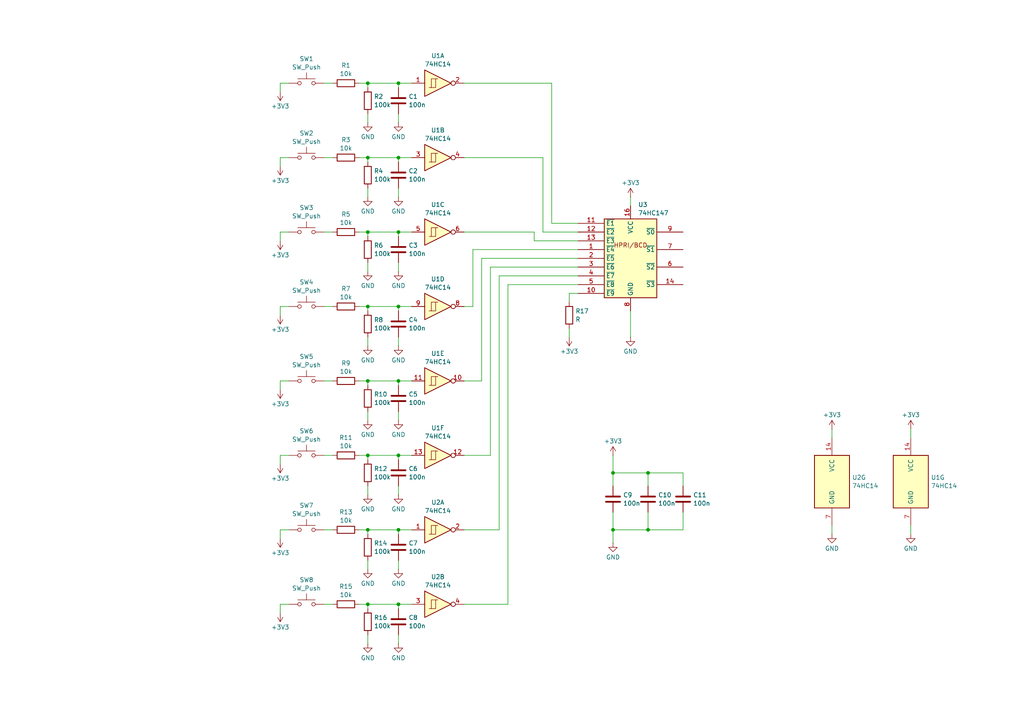
<source format=kicad_sch>
(kicad_sch (version 20231120) (generator "eeschema") (generator_version "8.0")
  (paper "A4")
  (lib_symbols
    (symbol "74xx:74HC14" (pin_names (offset 1.016))
      (property "Reference" "U" (at 0 1.27 0))
      (property "Value" "74HC14" (at 0 -1.27 0))
      (symbol "74HC14_1_0"
        (polyline (pts (xy -3.81 3.81) (xy -3.81 -3.81) (xy 3.81 0) (xy -3.81 3.81)) (stroke (width 0.254)) (fill (type background)))
        (pin input line (at -7.62 0 0) (length 3.81) (name "~") (number "1"))
        (pin output inverted (at 7.62 0 180) (length 3.81) (name "~") (number "2"))
      )
      (symbol "74HC14_1_1"
        (polyline (pts (xy -1.905 -1.27) (xy -1.905 1.27) (xy -0.635 1.27)))
        (polyline (pts (xy -2.54 -1.27) (xy -0.635 -1.27) (xy -0.635 1.27) (xy 0 1.27)))
      )
      (symbol "74HC14_2_0"
        (polyline (pts (xy -3.81 3.81) (xy -3.81 -3.81) (xy 3.81 0) (xy -3.81 3.81)) (stroke (width 0.254)) (fill (type background)))
        (pin input line (at -7.62 0 0) (length 3.81) (name "~") (number "3"))
        (pin output inverted (at 7.62 0 180) (length 3.81) (name "~") (number "4"))
      )
      (symbol "74HC14_2_1"
        (polyline (pts (xy -1.905 -1.27) (xy -1.905 1.27) (xy -0.635 1.27)))
        (polyline (pts (xy -2.54 -1.27) (xy -0.635 -1.27) (xy -0.635 1.27) (xy 0 1.27)))
      )
      (symbol "74HC14_3_0"
        (polyline (pts (xy -3.81 3.81) (xy -3.81 -3.81) (xy 3.81 0) (xy -3.81 3.81)) (stroke (width 0.254)) (fill (type background)))
        (pin input line (at -7.62 0 0) (length 3.81) (name "~") (number "5"))
        (pin output inverted (at 7.62 0 180) (length 3.81) (name "~") (number "6"))
      )
      (symbol "74HC14_3_1"
        (polyline (pts (xy -1.905 -1.27) (xy -1.905 1.27) (xy -0.635 1.27)))
        (polyline (pts (xy -2.54 -1.27) (xy -0.635 -1.27) (xy -0.635 1.27) (xy 0 1.27)))
      )
      (symbol "74HC14_4_0"
        (polyline (pts (xy -3.81 3.81) (xy -3.81 -3.81) (xy 3.81 0) (xy -3.81 3.81)) (stroke (width 0.254)) (fill (type background)))
        (pin output inverted (at 7.62 0 180) (length 3.81) (name "~") (number "8"))
        (pin input line (at -7.62 0 0) (length 3.81) (name "~") (number "9"))
      )
      (symbol "74HC14_4_1"
        (polyline (pts (xy -1.905 -1.27) (xy -1.905 1.27) (xy -0.635 1.27)))
        (polyline (pts (xy -2.54 -1.27) (xy -0.635 -1.27) (xy -0.635 1.27) (xy 0 1.27)))
      )
      (symbol "74HC14_5_0"
        (polyline (pts (xy -3.81 3.81) (xy -3.81 -3.81) (xy 3.81 0) (xy -3.81 3.81)) (stroke (width 0.254)) (fill (type background)))
        (pin output inverted (at 7.62 0 180) (length 3.81) (name "~") (number "10"))
        (pin input line (at -7.62 0 0) (length 3.81) (name "~") (number "11"))
      )
      (symbol "74HC14_5_1"
        (polyline (pts (xy -1.905 -1.27) (xy -1.905 1.27) (xy -0.635 1.27)))
        (polyline (pts (xy -2.54 -1.27) (xy -0.635 -1.27) (xy -0.635 1.27) (xy 0 1.27)))
      )
      (symbol "74HC14_6_0"
        (polyline (pts (xy -3.81 3.81) (xy -3.81 -3.81) (xy 3.81 0) (xy -3.81 3.81)) (stroke (width 0.254)) (fill (type background)))
        (pin output inverted (at 7.62 0 180) (length 3.81) (name "~") (number "12"))
        (pin input line (at -7.62 0 0) (length 3.81) (name "~") (number "13"))
      )
      (symbol "74HC14_6_1"
        (polyline (pts (xy -1.905 -1.27) (xy -1.905 1.27) (xy -0.635 1.27)))
        (polyline (pts (xy -2.54 -1.27) (xy -0.635 -1.27) (xy -0.635 1.27) (xy 0 1.27)))
      )
      (symbol "74HC14_7_0"
        (pin power_in line (at 0 12.7 270) (length 5.08) (name "VCC") (number "14"))
        (pin power_in line (at 0 -12.7 90) (length 5.08) (name "GND") (number "7"))
      )
      (symbol "74HC14_7_1"
        (rectangle (start -5.08 7.62) (end 5.08 -7.62) (stroke (width 0.254)) (fill (type background)))
      )
    )
    (symbol "74xx_IEEE:74147"
      (property "Reference" "U" (at 5.08 12.7 0))
      (property "Value" "74147" (at 7.62 -12.7 0))
      (symbol "74147_0_0"
        (text "HPRI/BCD" (at 0 3.81 0) (effects (font (size 1.27 1.27))))
        (pin power_in line (at 0 15.24 270) (length 3.81) (name "VCC") (number "16"))
        (pin power_in line (at 0 -15.24 90) (length 3.81) (name "GND") (number "8"))
      )
      (symbol "74147_0_1"
        (rectangle (start -7.62 11.43) (end 7.62 -11.43) (stroke (width 0.254)) (fill (type background)))
      )
      (symbol "74147_1_1"
        (pin input line (at -15.24 2.54 0) (length 7.62) (name "~{E4}") (number "1"))
        (pin input line (at -15.24 -10.16 0) (length 7.62) (name "~{E9}") (number "10"))
        (pin input line (at -15.24 10.16 0) (length 7.62) (name "~{E1}") (number "11"))
        (pin input line (at -15.24 7.62 0) (length 7.62) (name "~{E2}") (number "12"))
        (pin input line (at -15.24 5.08 0) (length 7.62) (name "~{E3}") (number "13"))
        (pin output line (at 15.24 -7.62 180) (length 7.62) (name "~{S3}") (number "14"))
        (pin input line (at -15.24 0 0) (length 7.62) (name "~{E5}") (number "2"))
        (pin input line (at -15.24 -2.54 0) (length 7.62) (name "~{E6}") (number "3"))
        (pin input line (at -15.24 -5.08 0) (length 7.62) (name "~{E7}") (number "4"))
        (pin input line (at -15.24 -7.62 0) (length 7.62) (name "~{E8}") (number "5"))
        (pin output line (at 15.24 -2.54 180) (length 7.62) (name "~{S2}") (number "6"))
        (pin output line (at 15.24 2.54 180) (length 7.62) (name "~{S1}") (number "7"))
        (pin output line (at 15.24 7.62 180) (length 7.62) (name "~{S0}") (number "9"))
      )
    )
    (symbol "Device:C" (pin_numbers hide) (pin_names (offset 0.254))
      (property "Reference" "C" (at 0.635 2.54 0))
      (property "Value" "C" (at 0.635 -2.54 0))
      (symbol "C_0_1"
        (polyline (pts (xy -2.032 -0.762) (xy 2.032 -0.762)) (stroke (width 0.508)))
        (polyline (pts (xy -2.032 0.762) (xy 2.032 0.762)) (stroke (width 0.508)))
      )
      (symbol "C_1_1"
        (pin passive line (at 0 3.81 270) (length 2.794) (name "~") (number "1"))
        (pin passive line (at 0 -3.81 90) (length 2.794) (name "~") (number "2"))
      )
    )
    (symbol "Device:R" (pin_numbers hide) (pin_names (offset 0))
      (property "Reference" "R" (at 2.032 0 90))
      (property "Value" "R" (at 0 0 90))
      (symbol "R_0_1"
        (rectangle (start -1.016 -2.54) (end 1.016 2.54) (stroke (width 0.254)))
      )
      (symbol "R_1_1"
        (pin passive line (at 0 3.81 270) (length 1.27) (name "~") (number "1"))
        (pin passive line (at 0 -3.81 90) (length 1.27) (name "~") (number "2"))
      )
    )
    (symbol "Switch:SW_Push" (pin_numbers hide) (pin_names (offset 1.016) hide)
      (property "Reference" "SW" (at 1.27 2.54 0))
      (property "Value" "SW_Push" (at 0 -1.524 0))
      (symbol "SW_Push_0_1"
        (circle (center -2.032 0) (radius 0.508))
        (polyline (pts (xy 0 1.27) (xy 0 3.048)))
        (polyline (pts (xy 2.54 1.27) (xy -2.54 1.27)))
        (circle (center 2.032 0) (radius 0.508))
        (pin passive line (at -5.08 0 0) (length 2.54) (name "1") (number "1"))
        (pin passive line (at 5.08 0 180) (length 2.54) (name "2") (number "2"))
      )
    )
    (symbol "power:+3V3" (power) (pin_numbers hide) (pin_names (offset 0) hide)
      (property "Value" "+3V3" (at 0 3.556 0))
      (symbol "+3V3_0_1"
        (polyline (pts (xy -0.762 1.27) (xy 0 2.54)))
        (polyline (pts (xy 0 0) (xy 0 2.54)))
        (polyline (pts (xy 0 2.54) (xy 0.762 1.27)))
      )
      (symbol "+3V3_1_1"
        (pin power_in line (at 0 0 90) (length 0) (name "~") (number "1"))
      )
    )
    (symbol "power:GND" (power) (pin_numbers hide) (pin_names (offset 0) hide)
      (property "Value" "GND" (at 0 -3.81 0))
      (symbol "GND_0_1"
        (polyline (pts (xy 0 0) (xy 0 -1.27) (xy 1.27 -1.27) (xy 0 -2.54) (xy -1.27 -1.27) (xy 0 -1.27)))
      )
      (symbol "GND_1_1"
        (pin power_in line (at 0 0 270) (length 0) (name "~") (number "1"))
      )
    )
  )
  (junction (at 115.57 24.13))
  (junction (at 115.57 45.72))
  (junction (at 106.68 132.08))
  (junction (at 115.57 153.67))
  (junction (at 106.68 45.72))
  (junction (at 106.68 110.49))
  (junction (at 106.68 153.67))
  (junction (at 106.68 67.31))
  (junction (at 106.68 24.13))
  (junction (at 106.68 88.9))
  (junction (at 115.57 67.31))
  (junction (at 187.96 137.16))
  (junction (at 187.96 153.67))
  (junction (at 177.8 153.67))
  (junction (at 115.57 110.49))
  (junction (at 115.57 88.9))
  (junction (at 106.68 175.26))
  (junction (at 177.8 137.16))
  (junction (at 115.57 175.26))
  (junction (at 115.57 132.08))
  (wire (pts (xy 177.8 153.67) (xy 177.8 157.48)))
  (wire (pts (xy 115.57 24.13) (xy 119.38 24.13)))
  (wire (pts (xy 134.62 175.26) (xy 147.32 175.26)))
  (wire (pts (xy 134.62 132.08) (xy 142.24 132.08)))
  (wire (pts (xy 104.14 132.08) (xy 106.68 132.08)))
  (wire (pts (xy 81.28 113.03) (xy 81.28 110.49)))
  (wire (pts (xy 81.28 88.9) (xy 83.82 88.9)))
  (wire (pts (xy 81.28 177.8) (xy 81.28 175.26)))
  (wire (pts (xy 106.68 24.13) (xy 106.68 25.4)))
  (wire (pts (xy 115.57 140.97) (xy 115.57 143.51)))
  (wire (pts (xy 81.28 24.13) (xy 83.82 24.13)))
  (wire (pts (xy 198.12 140.97) (xy 198.12 137.16)))
  (wire (pts (xy 106.68 175.26) (xy 115.57 175.26)))
  (wire (pts (xy 115.57 110.49) (xy 119.38 110.49)))
  (wire (pts (xy 106.68 67.31) (xy 106.68 68.58)))
  (wire (pts (xy 115.57 67.31) (xy 119.38 67.31)))
  (wire (pts (xy 104.14 153.67) (xy 106.68 153.67)))
  (wire (pts (xy 106.68 33.02) (xy 106.68 35.56)))
  (wire (pts (xy 106.68 175.26) (xy 106.68 176.53)))
  (wire (pts (xy 160.02 24.13) (xy 160.02 64.77)))
  (wire (pts (xy 81.28 26.67) (xy 81.28 24.13)))
  (wire (pts (xy 241.3 124.46) (xy 241.3 127)))
  (wire (pts (xy 115.57 175.26) (xy 119.38 175.26)))
  (wire (pts (xy 182.88 90.17) (xy 182.88 97.79)))
  (wire (pts (xy 106.68 54.61) (xy 106.68 57.15)))
  (wire (pts (xy 81.28 153.67) (xy 83.82 153.67)))
  (wire (pts (xy 144.78 153.67) (xy 144.78 80.01)))
  (wire (pts (xy 106.68 67.31) (xy 115.57 67.31)))
  (wire (pts (xy 115.57 45.72) (xy 119.38 45.72)))
  (wire (pts (xy 106.68 110.49) (xy 106.68 111.76)))
  (wire (pts (xy 115.57 33.02) (xy 115.57 35.56)))
  (wire (pts (xy 177.8 137.16) (xy 187.96 137.16)))
  (wire (pts (xy 106.68 162.56) (xy 106.68 165.1)))
  (wire (pts (xy 106.68 110.49) (xy 115.57 110.49)))
  (wire (pts (xy 93.98 88.9) (xy 96.52 88.9)))
  (wire (pts (xy 106.68 45.72) (xy 106.68 46.99)))
  (wire (pts (xy 104.14 24.13) (xy 106.68 24.13)))
  (wire (pts (xy 198.12 137.16) (xy 187.96 137.16)))
  (wire (pts (xy 93.98 67.31) (xy 96.52 67.31)))
  (wire (pts (xy 167.64 85.09) (xy 165.1 85.09)))
  (wire (pts (xy 81.28 175.26) (xy 83.82 175.26)))
  (wire (pts (xy 104.14 110.49) (xy 106.68 110.49)))
  (wire (pts (xy 198.12 148.59) (xy 198.12 153.67)))
  (wire (pts (xy 106.68 88.9) (xy 106.68 90.17)))
  (wire (pts (xy 106.68 88.9) (xy 115.57 88.9)))
  (wire (pts (xy 115.57 175.26) (xy 115.57 176.53)))
  (wire (pts (xy 134.62 110.49) (xy 139.7 110.49)))
  (wire (pts (xy 81.28 110.49) (xy 83.82 110.49)))
  (wire (pts (xy 154.94 69.85) (xy 167.64 69.85)))
  (wire (pts (xy 106.68 97.79) (xy 106.68 100.33)))
  (wire (pts (xy 106.68 45.72) (xy 115.57 45.72)))
  (wire (pts (xy 187.96 153.67) (xy 177.8 153.67)))
  (wire (pts (xy 264.16 124.46) (xy 264.16 127)))
  (wire (pts (xy 104.14 67.31) (xy 106.68 67.31)))
  (wire (pts (xy 93.98 45.72) (xy 96.52 45.72)))
  (wire (pts (xy 93.98 175.26) (xy 96.52 175.26)))
  (wire (pts (xy 115.57 132.08) (xy 119.38 132.08)))
  (wire (pts (xy 134.62 67.31) (xy 154.94 67.31)))
  (wire (pts (xy 198.12 153.67) (xy 187.96 153.67)))
  (wire (pts (xy 154.94 67.31) (xy 154.94 69.85)))
  (wire (pts (xy 165.1 95.25) (xy 165.1 97.79)))
  (wire (pts (xy 106.68 153.67) (xy 115.57 153.67)))
  (wire (pts (xy 177.8 132.08) (xy 177.8 137.16)))
  (wire (pts (xy 115.57 153.67) (xy 115.57 154.94)))
  (wire (pts (xy 134.62 24.13) (xy 160.02 24.13)))
  (wire (pts (xy 93.98 24.13) (xy 96.52 24.13)))
  (wire (pts (xy 115.57 67.31) (xy 115.57 68.58)))
  (wire (pts (xy 115.57 54.61) (xy 115.57 57.15)))
  (wire (pts (xy 165.1 85.09) (xy 165.1 87.63)))
  (wire (pts (xy 115.57 153.67) (xy 119.38 153.67)))
  (wire (pts (xy 106.68 140.97) (xy 106.68 143.51)))
  (wire (pts (xy 81.28 67.31) (xy 83.82 67.31)))
  (wire (pts (xy 93.98 153.67) (xy 96.52 153.67)))
  (wire (pts (xy 134.62 153.67) (xy 144.78 153.67)))
  (wire (pts (xy 115.57 97.79) (xy 115.57 100.33)))
  (wire (pts (xy 187.96 148.59) (xy 187.96 153.67)))
  (wire (pts (xy 147.32 175.26) (xy 147.32 82.55)))
  (wire (pts (xy 115.57 119.38) (xy 115.57 121.92)))
  (wire (pts (xy 106.68 132.08) (xy 106.68 133.35)))
  (wire (pts (xy 115.57 88.9) (xy 119.38 88.9)))
  (wire (pts (xy 115.57 45.72) (xy 115.57 46.99)))
  (wire (pts (xy 115.57 162.56) (xy 115.57 165.1)))
  (wire (pts (xy 81.28 45.72) (xy 83.82 45.72)))
  (wire (pts (xy 115.57 88.9) (xy 115.57 90.17)))
  (wire (pts (xy 157.48 45.72) (xy 157.48 67.31)))
  (wire (pts (xy 142.24 132.08) (xy 142.24 77.47)))
  (wire (pts (xy 139.7 110.49) (xy 139.7 74.93)))
  (wire (pts (xy 147.32 82.55) (xy 167.64 82.55)))
  (wire (pts (xy 139.7 74.93) (xy 167.64 74.93)))
  (wire (pts (xy 81.28 134.62) (xy 81.28 132.08)))
  (wire (pts (xy 104.14 45.72) (xy 106.68 45.72)))
  (wire (pts (xy 144.78 80.01) (xy 167.64 80.01)))
  (wire (pts (xy 182.88 57.15) (xy 182.88 59.69)))
  (wire (pts (xy 142.24 77.47) (xy 167.64 77.47)))
  (wire (pts (xy 106.68 132.08) (xy 115.57 132.08)))
  (wire (pts (xy 177.8 137.16) (xy 177.8 140.97)))
  (wire (pts (xy 115.57 76.2) (xy 115.57 78.74)))
  (wire (pts (xy 106.68 119.38) (xy 106.68 121.92)))
  (wire (pts (xy 241.3 152.4) (xy 241.3 154.94)))
  (wire (pts (xy 106.68 24.13) (xy 115.57 24.13)))
  (wire (pts (xy 134.62 45.72) (xy 157.48 45.72)))
  (wire (pts (xy 264.16 152.4) (xy 264.16 154.94)))
  (wire (pts (xy 160.02 64.77) (xy 167.64 64.77)))
  (wire (pts (xy 137.16 72.39) (xy 167.64 72.39)))
  (wire (pts (xy 93.98 110.49) (xy 96.52 110.49)))
  (wire (pts (xy 115.57 132.08) (xy 115.57 133.35)))
  (wire (pts (xy 106.68 184.15) (xy 106.68 186.69)))
  (wire (pts (xy 81.28 48.26) (xy 81.28 45.72)))
  (wire (pts (xy 157.48 67.31) (xy 167.64 67.31)))
  (wire (pts (xy 81.28 91.44) (xy 81.28 88.9)))
  (wire (pts (xy 93.98 132.08) (xy 96.52 132.08)))
  (wire (pts (xy 81.28 132.08) (xy 83.82 132.08)))
  (wire (pts (xy 106.68 153.67) (xy 106.68 154.94)))
  (wire (pts (xy 115.57 184.15) (xy 115.57 186.69)))
  (wire (pts (xy 137.16 88.9) (xy 137.16 72.39)))
  (wire (pts (xy 106.68 76.2) (xy 106.68 78.74)))
  (wire (pts (xy 104.14 175.26) (xy 106.68 175.26)))
  (wire (pts (xy 81.28 156.21) (xy 81.28 153.67)))
  (wire (pts (xy 104.14 88.9) (xy 106.68 88.9)))
  (wire (pts (xy 177.8 148.59) (xy 177.8 153.67)))
  (wire (pts (xy 115.57 110.49) (xy 115.57 111.76)))
  (wire (pts (xy 134.62 88.9) (xy 137.16 88.9)))
  (wire (pts (xy 115.57 24.13) (xy 115.57 25.4)))
  (wire (pts (xy 187.96 140.97) (xy 187.96 137.16)))
  (wire (pts (xy 81.28 69.85) (xy 81.28 67.31)))
  (symbol (lib_id "power:+3V3") (at 81.28 91.44 180) (unit 1)
    (property "Reference" "#PWR010" (effects (hide yes)))
    (property "Value" "+3V3" (at 81.28 95.5731 0))
    (property "Description" "Power symbol creates a global label with name \"+3V3\"" (effects (hide yes)))
  )
  (symbol (lib_id "Device:R") (at 100.33 24.13 90) (unit 1)
    (property "Reference" "R1" (at 100.33 18.9695 90))
    (property "Value" "10k" (at 100.33 21.3938 90))
    (property "Description" "Resistor" (effects (hide yes)))
  )
  (symbol (lib_id "power:+3V3") (at 182.88 57.15 0) (unit 1)
    (property "Reference" "#PWR027" (effects (hide yes)))
    (property "Value" "+3V3" (at 182.88 53.0169 0))
    (property "Description" "Power symbol creates a global label with name \"+3V3\"" (effects (hide yes)))
  )
  (symbol (lib_id "power:+3V3") (at 241.3 124.46 0) (unit 1)
    (property "Reference" "#PWR028" (effects (hide yes)))
    (property "Value" "+3V3" (at 241.3 120.3269 0))
    (property "Description" "Power symbol creates a global label with name \"+3V3\"" (effects (hide yes)))
  )
  (symbol (lib_id "Device:C") (at 115.57 137.16 0) (unit 1)
    (property "Reference" "C6" (at 118.491 135.9478 0) (effects (justify left)))
    (property "Value" "100n" (at 118.491 138.3721 0) (effects (justify left)))
    (property "Description" "Unpolarized capacitor" (effects (hide yes)))
  )
  (symbol (lib_id "power:GND") (at 106.68 186.69 0) (unit 1)
    (property "Reference" "#PWR023" (effects (hide yes)))
    (property "Value" "GND" (at 106.68 190.8231 0))
    (property "Description" "Power symbol creates a global label with name \"GND\" , ground" (effects (hide yes)))
  )
  (symbol (lib_id "power:GND") (at 115.57 57.15 0) (unit 1)
    (property "Reference" "#PWR06" (effects (hide yes)))
    (property "Value" "GND" (at 115.57 61.2831 0))
    (property "Description" "Power symbol creates a global label with name \"GND\" , ground" (effects (hide yes)))
  )
  (symbol (lib_id "Device:R") (at 106.68 50.8 180) (unit 1)
    (property "Reference" "R4" (at 108.458 49.5878 0) (effects (justify right)))
    (property "Value" "100k" (at 108.458 52.0121 0) (effects (justify right)))
    (property "Description" "Resistor" (effects (hide yes)))
  )
  (symbol (lib_id "Device:C") (at 177.8 144.78 0) (unit 1)
    (property "Reference" "C9" (at 180.721 143.5678 0) (effects (justify left)))
    (property "Value" "100n" (at 180.721 145.9921 0) (effects (justify left)))
    (property "Description" "Unpolarized capacitor" (effects (hide yes)))
  )
  (symbol (lib_id "Device:R") (at 100.33 132.08 90) (unit 1)
    (property "Reference" "R11" (at 100.33 126.9195 90))
    (property "Value" "10k" (at 100.33 129.3438 90))
    (property "Description" "Resistor" (effects (hide yes)))
  )
  (symbol (lib_id "Switch:SW_Push") (at 88.9 153.67 0) (unit 1)
    (property "Reference" "SW7" (at 88.9 146.6045 0))
    (property "Value" "SW_Push" (at 88.9 149.0288 0))
    (property "Description" "Push button switch, generic, two pins" (effects (hide yes)))
  )
  (symbol (lib_id "power:+3V3") (at 81.28 134.62 180) (unit 1)
    (property "Reference" "#PWR016" (effects (hide yes)))
    (property "Value" "+3V3" (at 81.28 138.7531 0))
    (property "Description" "Power symbol creates a global label with name \"+3V3\"" (effects (hide yes)))
  )
  (symbol (lib_id "Device:R") (at 100.33 175.26 90) (unit 1)
    (property "Reference" "R15" (at 100.33 170.0995 90))
    (property "Value" "10k" (at 100.33 172.5238 90))
    (property "Description" "Resistor" (effects (hide yes)))
  )
  (symbol (lib_id "power:+3V3") (at 81.28 69.85 180) (unit 1)
    (property "Reference" "#PWR07" (effects (hide yes)))
    (property "Value" "+3V3" (at 81.28 73.9831 0))
    (property "Description" "Power symbol creates a global label with name \"+3V3\"" (effects (hide yes)))
  )
  (symbol (lib_id "Device:C") (at 187.96 144.78 0) (unit 1)
    (property "Reference" "C10" (at 190.881 143.5678 0) (effects (justify left)))
    (property "Value" "100n" (at 190.881 145.9921 0) (effects (justify left)))
    (property "Description" "Unpolarized capacitor" (effects (hide yes)))
  )
  (symbol (lib_id "Switch:SW_Push") (at 88.9 132.08 0) (unit 1)
    (property "Reference" "SW6" (at 88.9 125.0145 0))
    (property "Value" "SW_Push" (at 88.9 127.4388 0))
    (property "Description" "Push button switch, generic, two pins" (effects (hide yes)))
  )
  (symbol (lib_id "74xx:74HC14") (at 127 88.9 0) (unit 4)
    (property "Reference" "U1" (at 127 80.9455 0))
    (property "Value" "74HC14" (at 127 83.3698 0))
    (property "Datasheet" "http://www.ti.com/lit/gpn/sn74HC14" (effects (hide yes)))
    (property "Description" "Hex inverter schmitt trigger" (effects (hide yes)))
  )
  (symbol (lib_id "Device:C") (at 115.57 50.8 0) (unit 1)
    (property "Reference" "C2" (at 118.491 49.5878 0) (effects (justify left)))
    (property "Value" "100n" (at 118.491 52.0121 0) (effects (justify left)))
    (property "Description" "Unpolarized capacitor" (effects (hide yes)))
  )
  (symbol (lib_id "74xx:74HC14") (at 127 45.72 0) (unit 2)
    (property "Reference" "U1" (at 127 37.7655 0))
    (property "Value" "74HC14" (at 127 40.1898 0))
    (property "Datasheet" "http://www.ti.com/lit/gpn/sn74HC14" (effects (hide yes)))
    (property "Description" "Hex inverter schmitt trigger" (effects (hide yes)))
  )
  (symbol (lib_id "power:GND") (at 115.57 121.92 0) (unit 1)
    (property "Reference" "#PWR015" (effects (hide yes)))
    (property "Value" "GND" (at 115.57 126.0531 0))
    (property "Description" "Power symbol creates a global label with name \"GND\" , ground" (effects (hide yes)))
  )
  (symbol (lib_id "Device:R") (at 106.68 180.34 180) (unit 1)
    (property "Reference" "R16" (at 108.458 179.1278 0) (effects (justify right)))
    (property "Value" "100k" (at 108.458 181.5521 0) (effects (justify right)))
    (property "Description" "Resistor" (effects (hide yes)))
  )
  (symbol (lib_id "Switch:SW_Push") (at 88.9 45.72 0) (unit 1)
    (property "Reference" "SW2" (at 88.9 38.6545 0))
    (property "Value" "SW_Push" (at 88.9 41.0788 0))
    (property "Description" "Push button switch, generic, two pins" (effects (hide yes)))
  )
  (symbol (lib_id "Device:R") (at 100.33 88.9 90) (unit 1)
    (property "Reference" "R7" (at 100.33 83.7395 90))
    (property "Value" "10k" (at 100.33 86.1638 90))
    (property "Description" "Resistor" (effects (hide yes)))
  )
  (symbol (lib_id "74xx:74HC14") (at 127 110.49 0) (unit 5)
    (property "Reference" "U1" (at 127 102.5355 0))
    (property "Value" "74HC14" (at 127 104.9598 0))
    (property "Datasheet" "http://www.ti.com/lit/gpn/sn74HC14" (effects (hide yes)))
    (property "Description" "Hex inverter schmitt trigger" (effects (hide yes)))
  )
  (symbol (lib_id "power:GND") (at 264.16 154.94 0) (unit 1)
    (property "Reference" "#PWR031" (effects (hide yes)))
    (property "Value" "GND" (at 264.16 159.0731 0))
    (property "Description" "Power symbol creates a global label with name \"GND\" , ground" (effects (hide yes)))
  )
  (symbol (lib_id "Device:R") (at 106.68 158.75 180) (unit 1)
    (property "Reference" "R14" (at 108.458 157.5378 0) (effects (justify right)))
    (property "Value" "100k" (at 108.458 159.9621 0) (effects (justify right)))
    (property "Description" "Resistor" (effects (hide yes)))
  )
  (symbol (lib_id "Device:R") (at 100.33 153.67 90) (unit 1)
    (property "Reference" "R13" (at 100.33 148.5095 90))
    (property "Value" "10k" (at 100.33 150.9338 90))
    (property "Description" "Resistor" (effects (hide yes)))
  )
  (symbol (lib_id "74xx:74HC14") (at 127 67.31 0) (unit 3)
    (property "Reference" "U1" (at 127 59.3555 0))
    (property "Value" "74HC14" (at 127 61.7798 0))
    (property "Datasheet" "http://www.ti.com/lit/gpn/sn74HC14" (effects (hide yes)))
    (property "Description" "Hex inverter schmitt trigger" (effects (hide yes)))
  )
  (symbol (lib_id "Device:C") (at 115.57 29.21 0) (unit 1)
    (property "Reference" "C1" (at 118.491 27.9978 0) (effects (justify left)))
    (property "Value" "100n" (at 118.491 30.4221 0) (effects (justify left)))
    (property "Description" "Unpolarized capacitor" (effects (hide yes)))
  )
  (symbol (lib_id "74xx:74HC14") (at 127 175.26 0) (unit 2)
    (property "Reference" "U2" (at 127 167.3055 0))
    (property "Value" "74HC14" (at 127 169.7298 0))
    (property "Datasheet" "http://www.ti.com/lit/gpn/sn74HC14" (effects (hide yes)))
    (property "Description" "Hex inverter schmitt trigger" (effects (hide yes)))
  )
  (symbol (lib_id "74xx_IEEE:74147") (at 182.88 74.93 0) (unit 1)
    (property "Reference" "U3" (at 185.0741 59.3555 0) (effects (justify left)))
    (property "Value" "74HC147" (at 185.0741 61.7798 0) (effects (justify left)))
  )
  (symbol (lib_id "power:GND") (at 106.68 143.51 0) (unit 1)
    (property "Reference" "#PWR017" (effects (hide yes)))
    (property "Value" "GND" (at 106.68 147.6431 0))
    (property "Description" "Power symbol creates a global label with name \"GND\" , ground" (effects (hide yes)))
  )
  (symbol (lib_id "power:GND") (at 115.57 35.56 0) (unit 1)
    (property "Reference" "#PWR01" (effects (hide yes)))
    (property "Value" "GND" (at 115.57 39.6931 0))
    (property "Description" "Power symbol creates a global label with name \"GND\" , ground" (effects (hide yes)))
  )
  (symbol (lib_id "74xx:74HC14") (at 264.16 139.7 0) (unit 7)
    (property "Reference" "U1" (at 270.002 138.4878 0) (effects (justify left)))
    (property "Value" "74HC14" (at 270.002 140.9121 0) (effects (justify left)))
    (property "Datasheet" "http://www.ti.com/lit/gpn/sn74HC14" (effects (hide yes)))
    (property "Description" "Hex inverter schmitt trigger" (effects (hide yes)))
  )
  (symbol (lib_id "power:+3V3") (at 81.28 48.26 180) (unit 1)
    (property "Reference" "#PWR04" (effects (hide yes)))
    (property "Value" "+3V3" (at 81.28 52.3931 0))
    (property "Description" "Power symbol creates a global label with name \"+3V3\"" (effects (hide yes)))
  )
  (symbol (lib_id "Device:R") (at 106.68 115.57 180) (unit 1)
    (property "Reference" "R10" (at 108.458 114.3578 0) (effects (justify right)))
    (property "Value" "100k" (at 108.458 116.7821 0) (effects (justify right)))
    (property "Description" "Resistor" (effects (hide yes)))
  )
  (symbol (lib_id "Switch:SW_Push") (at 88.9 175.26 0) (unit 1)
    (property "Reference" "SW8" (at 88.9 168.1945 0))
    (property "Value" "SW_Push" (at 88.9 170.6188 0))
    (property "Description" "Push button switch, generic, two pins" (effects (hide yes)))
  )
  (symbol (lib_id "Device:C") (at 115.57 180.34 0) (unit 1)
    (property "Reference" "C8" (at 118.491 179.1278 0) (effects (justify left)))
    (property "Value" "100n" (at 118.491 181.5521 0) (effects (justify left)))
    (property "Description" "Unpolarized capacitor" (effects (hide yes)))
  )
  (symbol (lib_id "Device:R") (at 106.68 93.98 180) (unit 1)
    (property "Reference" "R8" (at 108.458 92.7678 0) (effects (justify right)))
    (property "Value" "100k" (at 108.458 95.1921 0) (effects (justify right)))
    (property "Description" "Resistor" (effects (hide yes)))
  )
  (symbol (lib_id "74xx:74HC14") (at 127 153.67 0) (unit 1)
    (property "Reference" "U2" (at 127 145.7155 0))
    (property "Value" "74HC14" (at 127 148.1398 0))
    (property "Datasheet" "http://www.ti.com/lit/gpn/sn74HC14" (effects (hide yes)))
    (property "Description" "Hex inverter schmitt trigger" (effects (hide yes)))
  )
  (symbol (lib_id "power:GND") (at 115.57 143.51 0) (unit 1)
    (property "Reference" "#PWR018" (effects (hide yes)))
    (property "Value" "GND" (at 115.57 147.6431 0))
    (property "Description" "Power symbol creates a global label with name \"GND\" , ground" (effects (hide yes)))
  )
  (symbol (lib_id "Device:R") (at 100.33 45.72 90) (unit 1)
    (property "Reference" "R3" (at 100.33 40.5595 90))
    (property "Value" "10k" (at 100.33 42.9838 90))
    (property "Description" "Resistor" (effects (hide yes)))
  )
  (symbol (lib_id "power:GND") (at 106.68 57.15 0) (unit 1)
    (property "Reference" "#PWR05" (effects (hide yes)))
    (property "Value" "GND" (at 106.68 61.2831 0))
    (property "Description" "Power symbol creates a global label with name \"GND\" , ground" (effects (hide yes)))
  )
  (symbol (lib_id "power:GND") (at 115.57 100.33 0) (unit 1)
    (property "Reference" "#PWR012" (effects (hide yes)))
    (property "Value" "GND" (at 115.57 104.4631 0))
    (property "Description" "Power symbol creates a global label with name \"GND\" , ground" (effects (hide yes)))
  )
  (symbol (lib_id "power:+3V3") (at 81.28 156.21 180) (unit 1)
    (property "Reference" "#PWR019" (effects (hide yes)))
    (property "Value" "+3V3" (at 81.28 160.3431 0))
    (property "Description" "Power symbol creates a global label with name \"+3V3\"" (effects (hide yes)))
  )
  (symbol (lib_id "power:GND") (at 106.68 100.33 0) (unit 1)
    (property "Reference" "#PWR011" (effects (hide yes)))
    (property "Value" "GND" (at 106.68 104.4631 0))
    (property "Description" "Power symbol creates a global label with name \"GND\" , ground" (effects (hide yes)))
  )
  (symbol (lib_id "Switch:SW_Push") (at 88.9 24.13 0) (unit 1)
    (property "Reference" "SW1" (at 88.9 17.0645 0))
    (property "Value" "SW_Push" (at 88.9 19.4888 0))
    (property "Description" "Push button switch, generic, two pins" (effects (hide yes)))
  )
  (symbol (lib_id "power:GND") (at 115.57 165.1 0) (unit 1)
    (property "Reference" "#PWR021" (effects (hide yes)))
    (property "Value" "GND" (at 115.57 169.2331 0))
    (property "Description" "Power symbol creates a global label with name \"GND\" , ground" (effects (hide yes)))
  )
  (symbol (lib_id "power:GND") (at 177.8 157.48 0) (unit 1)
    (property "Reference" "#PWR032" (effects (hide yes)))
    (property "Value" "GND" (at 177.8 161.6131 0))
    (property "Description" "Power symbol creates a global label with name \"GND\" , ground" (effects (hide yes)))
  )
  (symbol (lib_id "Device:R") (at 100.33 110.49 90) (unit 1)
    (property "Reference" "R9" (at 100.33 105.3295 90))
    (property "Value" "10k" (at 100.33 107.7538 90))
    (property "Description" "Resistor" (effects (hide yes)))
  )
  (symbol (lib_id "power:GND") (at 106.68 165.1 0) (unit 1)
    (property "Reference" "#PWR020" (effects (hide yes)))
    (property "Value" "GND" (at 106.68 169.2331 0))
    (property "Description" "Power symbol creates a global label with name \"GND\" , ground" (effects (hide yes)))
  )
  (symbol (lib_id "Device:R") (at 106.68 29.21 180) (unit 1)
    (property "Reference" "R2" (at 108.458 27.9978 0) (effects (justify right)))
    (property "Value" "100k" (at 108.458 30.4221 0) (effects (justify right)))
    (property "Description" "Resistor" (effects (hide yes)))
  )
  (symbol (lib_id "Device:R") (at 165.1 91.44 0) (unit 1)
    (property "Reference" "R17" (at 166.878 90.2278 0) (effects (justify left)))
    (property "Value" "R" (at 166.878 92.6521 0) (effects (justify left)))
    (property "Description" "Resistor" (effects (hide yes)))
  )
  (symbol (lib_id "Device:C") (at 115.57 72.39 0) (unit 1)
    (property "Reference" "C3" (at 118.491 71.1778 0) (effects (justify left)))
    (property "Value" "100n" (at 118.491 73.6021 0) (effects (justify left)))
    (property "Description" "Unpolarized capacitor" (effects (hide yes)))
  )
  (symbol (lib_id "Device:C") (at 115.57 93.98 0) (unit 1)
    (property "Reference" "C4" (at 118.491 92.7678 0) (effects (justify left)))
    (property "Value" "100n" (at 118.491 95.1921 0) (effects (justify left)))
    (property "Description" "Unpolarized capacitor" (effects (hide yes)))
  )
  (symbol (lib_id "power:+3V3") (at 177.8 132.08 0) (unit 1)
    (property "Reference" "#PWR033" (effects (hide yes)))
    (property "Value" "+3V3" (at 177.8 127.9469 0))
    (property "Description" "Power symbol creates a global label with name \"+3V3\"" (effects (hide yes)))
  )
  (symbol (lib_id "power:+3V3") (at 81.28 113.03 180) (unit 1)
    (property "Reference" "#PWR013" (effects (hide yes)))
    (property "Value" "+3V3" (at 81.28 117.1631 0))
    (property "Description" "Power symbol creates a global label with name \"+3V3\"" (effects (hide yes)))
  )
  (symbol (lib_id "power:GND") (at 106.68 121.92 0) (unit 1)
    (property "Reference" "#PWR014" (effects (hide yes)))
    (property "Value" "GND" (at 106.68 126.0531 0))
    (property "Description" "Power symbol creates a global label with name \"GND\" , ground" (effects (hide yes)))
  )
  (symbol (lib_id "74xx:74HC14") (at 241.3 139.7 0) (unit 7)
    (property "Reference" "U2" (at 247.142 138.4878 0) (effects (justify left)))
    (property "Value" "74HC14" (at 247.142 140.9121 0) (effects (justify left)))
    (property "Datasheet" "http://www.ti.com/lit/gpn/sn74HC14" (effects (hide yes)))
    (property "Description" "Hex inverter schmitt trigger" (effects (hide yes)))
  )
  (symbol (lib_id "power:+3V3") (at 81.28 177.8 180) (unit 1)
    (property "Reference" "#PWR022" (effects (hide yes)))
    (property "Value" "+3V3" (at 81.28 181.9331 0))
    (property "Description" "Power symbol creates a global label with name \"+3V3\"" (effects (hide yes)))
  )
  (symbol (lib_id "Device:C") (at 115.57 158.75 0) (unit 1)
    (property "Reference" "C7" (at 118.491 157.5378 0) (effects (justify left)))
    (property "Value" "100n" (at 118.491 159.9621 0) (effects (justify left)))
    (property "Description" "Unpolarized capacitor" (effects (hide yes)))
  )
  (symbol (lib_id "Device:C") (at 198.12 144.78 0) (unit 1)
    (property "Reference" "C11" (at 201.041 143.5678 0) (effects (justify left)))
    (property "Value" "100n" (at 201.041 145.9921 0) (effects (justify left)))
    (property "Description" "Unpolarized capacitor" (effects (hide yes)))
  )
  (symbol (lib_id "power:GND") (at 106.68 35.56 0) (unit 1)
    (property "Reference" "#PWR02" (effects (hide yes)))
    (property "Value" "GND" (at 106.68 39.6931 0))
    (property "Description" "Power symbol creates a global label with name \"GND\" , ground" (effects (hide yes)))
  )
  (symbol (lib_id "power:GND") (at 115.57 78.74 0) (unit 1)
    (property "Reference" "#PWR09" (effects (hide yes)))
    (property "Value" "GND" (at 115.57 82.8731 0))
    (property "Description" "Power symbol creates a global label with name \"GND\" , ground" (effects (hide yes)))
  )
  (symbol (lib_id "Switch:SW_Push") (at 88.9 67.31 0) (unit 1)
    (property "Reference" "SW3" (at 88.9 60.2445 0))
    (property "Value" "SW_Push" (at 88.9 62.6688 0))
    (property "Description" "Push button switch, generic, two pins" (effects (hide yes)))
  )
  (symbol (lib_id "Switch:SW_Push") (at 88.9 110.49 0) (unit 1)
    (property "Reference" "SW5" (at 88.9 103.4245 0))
    (property "Value" "SW_Push" (at 88.9 105.8488 0))
    (property "Description" "Push button switch, generic, two pins" (effects (hide yes)))
  )
  (symbol (lib_id "74xx:74HC14") (at 127 24.13 0) (unit 1)
    (property "Reference" "U1" (at 127 16.1755 0))
    (property "Value" "74HC14" (at 127 18.5998 0))
    (property "Datasheet" "http://www.ti.com/lit/gpn/sn74HC14" (effects (hide yes)))
    (property "Description" "Hex inverter schmitt trigger" (effects (hide yes)))
  )
  (symbol (lib_id "power:+3V3") (at 165.1 97.79 180) (unit 1)
    (property "Reference" "#PWR025" (effects (hide yes)))
    (property "Value" "+3V3" (at 165.1 101.9231 0))
    (property "Description" "Power symbol creates a global label with name \"+3V3\"" (effects (hide yes)))
  )
  (symbol (lib_id "power:GND") (at 106.68 78.74 0) (unit 1)
    (property "Reference" "#PWR08" (effects (hide yes)))
    (property "Value" "GND" (at 106.68 82.8731 0))
    (property "Description" "Power symbol creates a global label with name \"GND\" , ground" (effects (hide yes)))
  )
  (symbol (lib_id "Device:C") (at 115.57 115.57 0) (unit 1)
    (property "Reference" "C5" (at 118.491 114.3578 0) (effects (justify left)))
    (property "Value" "100n" (at 118.491 116.7821 0) (effects (justify left)))
    (property "Description" "Unpolarized capacitor" (effects (hide yes)))
  )
  (symbol (lib_id "power:GND") (at 241.3 154.94 0) (unit 1)
    (property "Reference" "#PWR030" (effects (hide yes)))
    (property "Value" "GND" (at 241.3 159.0731 0))
    (property "Description" "Power symbol creates a global label with name \"GND\" , ground" (effects (hide yes)))
  )
  (symbol (lib_id "power:GND") (at 182.88 97.79 0) (unit 1)
    (property "Reference" "#PWR026" (effects (hide yes)))
    (property "Value" "GND" (at 182.88 101.9231 0))
    (property "Description" "Power symbol creates a global label with name \"GND\" , ground" (effects (hide yes)))
  )
  (symbol (lib_id "power:+3V3") (at 264.16 124.46 0) (unit 1)
    (property "Reference" "#PWR029" (effects (hide yes)))
    (property "Value" "+3V3" (at 264.16 120.3269 0))
    (property "Description" "Power symbol creates a global label with name \"+3V3\"" (effects (hide yes)))
  )
  (symbol (lib_id "Device:R") (at 100.33 67.31 90) (unit 1)
    (property "Reference" "R5" (at 100.33 62.1495 90))
    (property "Value" "10k" (at 100.33 64.5738 90))
    (property "Description" "Resistor" (effects (hide yes)))
  )
  (symbol (lib_id "Device:R") (at 106.68 72.39 180) (unit 1)
    (property "Reference" "R6" (at 108.458 71.1778 0) (effects (justify right)))
    (property "Value" "100k" (at 108.458 73.6021 0) (effects (justify right)))
    (property "Description" "Resistor" (effects (hide yes)))
  )
  (symbol (lib_id "power:GND") (at 115.57 186.69 0) (unit 1)
    (property "Reference" "#PWR024" (effects (hide yes)))
    (property "Value" "GND" (at 115.57 190.8231 0))
    (property "Description" "Power symbol creates a global label with name \"GND\" , ground" (effects (hide yes)))
  )
  (symbol (lib_id "Switch:SW_Push") (at 88.9 88.9 0) (unit 1)
    (property "Reference" "SW4" (at 88.9 81.8345 0))
    (property "Value" "SW_Push" (at 88.9 84.2588 0))
    (property "Description" "Push button switch, generic, two pins" (effects (hide yes)))
  )
  (symbol (lib_id "Device:R") (at 106.68 137.16 180) (unit 1)
    (property "Reference" "R12" (at 108.458 135.9478 0) (effects (justify right)))
    (property "Value" "100k" (at 108.458 138.3721 0) (effects (justify right)))
    (property "Description" "Resistor" (effects (hide yes)))
  )
  (symbol (lib_id "power:+3V3") (at 81.28 26.67 180) (unit 1)
    (property "Reference" "#PWR03" (effects (hide yes)))
    (property "Value" "+3V3" (at 81.28 30.8031 0))
    (property "Description" "Power symbol creates a global label with name \"+3V3\"" (effects (hide yes)))
  )
  (symbol (lib_id "74xx:74HC14") (at 127 132.08 0) (unit 6)
    (property "Reference" "U1" (at 127 124.1255 0))
    (property "Value" "74HC14" (at 127 126.5498 0))
    (property "Datasheet" "http://www.ti.com/lit/gpn/sn74HC14" (effects (hide yes)))
    (property "Description" "Hex inverter schmitt trigger" (effects (hide yes)))
  )
)
</source>
